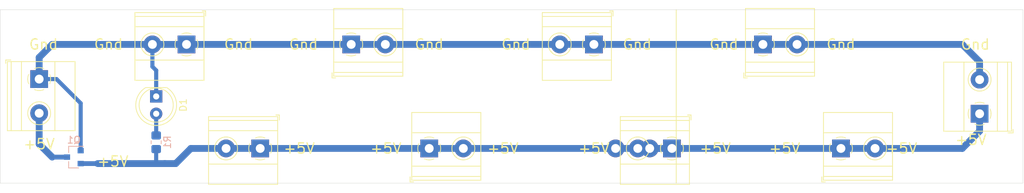
<source format=kicad_pcb>
(kicad_pcb (version 20171130) (host pcbnew "(5.1.8)-1")

  (general
    (thickness 1.6)
    (drawings 25)
    (tracks 30)
    (zones 0)
    (modules 18)
    (nets 5)
  )

  (page A4)
  (layers
    (0 F.Cu signal)
    (31 B.Cu signal)
    (32 B.Adhes user)
    (33 F.Adhes user)
    (34 B.Paste user)
    (35 F.Paste user)
    (36 B.SilkS user)
    (37 F.SilkS user)
    (38 B.Mask user)
    (39 F.Mask user)
    (40 Dwgs.User user)
    (41 Cmts.User user)
    (42 Eco1.User user)
    (43 Eco2.User user)
    (44 Edge.Cuts user)
    (45 Margin user)
    (46 B.CrtYd user)
    (47 F.CrtYd user)
    (48 B.Fab user)
    (49 F.Fab user)
  )

  (setup
    (last_trace_width 0.6)
    (user_trace_width 0.6)
    (user_trace_width 1)
    (trace_clearance 0.2)
    (zone_clearance 0.508)
    (zone_45_only no)
    (trace_min 0.2)
    (via_size 0.8)
    (via_drill 0.4)
    (via_min_size 0.4)
    (via_min_drill 0.3)
    (user_via 2.6 1.3)
    (uvia_size 0.3)
    (uvia_drill 0.1)
    (uvias_allowed no)
    (uvia_min_size 0.2)
    (uvia_min_drill 0.1)
    (edge_width 0.05)
    (segment_width 0.2)
    (pcb_text_width 0.3)
    (pcb_text_size 1.5 1.5)
    (mod_edge_width 0.12)
    (mod_text_size 1 1)
    (mod_text_width 0.15)
    (pad_size 1.524 1.524)
    (pad_drill 0.762)
    (pad_to_mask_clearance 0)
    (aux_axis_origin 0 0)
    (visible_elements 7FFFFFFF)
    (pcbplotparams
      (layerselection 0x010f0_ffffffff)
      (usegerberextensions false)
      (usegerberattributes true)
      (usegerberadvancedattributes true)
      (creategerberjobfile false)
      (excludeedgelayer true)
      (linewidth 0.100000)
      (plotframeref false)
      (viasonmask false)
      (mode 1)
      (useauxorigin true)
      (hpglpennumber 1)
      (hpglpenspeed 20)
      (hpglpendiameter 15.000000)
      (psnegative false)
      (psa4output false)
      (plotreference true)
      (plotvalue true)
      (plotinvisibletext false)
      (padsonsilk false)
      (subtractmaskfromsilk false)
      (outputformat 1)
      (mirror false)
      (drillshape 0)
      (scaleselection 1)
      (outputdirectory "gerber/"))
  )

  (net 0 "")
  (net 1 VCC)
  (net 2 GND)
  (net 3 "Net-(J1-Pad2)")
  (net 4 "Net-(D1-Pad2)")

  (net_class Default "This is the default net class."
    (clearance 0.2)
    (trace_width 0.25)
    (via_dia 0.8)
    (via_drill 0.4)
    (uvia_dia 0.3)
    (uvia_drill 0.1)
    (add_net GND)
    (add_net "Net-(D1-Pad2)")
    (add_net "Net-(J1-Pad2)")
    (add_net VCC)
  )

  (module Resistor_SMD:R_0805_2012Metric_Pad1.20x1.40mm_HandSolder (layer B.Cu) (tedit 5F68FEEE) (tstamp 669C97AF)
    (at 35.56 32.115 90)
    (descr "Resistor SMD 0805 (2012 Metric), square (rectangular) end terminal, IPC_7351 nominal with elongated pad for handsoldering. (Body size source: IPC-SM-782 page 72, https://www.pcb-3d.com/wordpress/wp-content/uploads/ipc-sm-782a_amendment_1_and_2.pdf), generated with kicad-footprint-generator")
    (tags "resistor handsolder")
    (path /669C3987)
    (attr smd)
    (fp_text reference R1 (at 0 1.65 90) (layer B.SilkS)
      (effects (font (size 1 1) (thickness 0.15)) (justify mirror))
    )
    (fp_text value 1k (at 0 -1.65 90) (layer B.Fab)
      (effects (font (size 1 1) (thickness 0.15)) (justify mirror))
    )
    (fp_line (start 1.85 -0.95) (end -1.85 -0.95) (layer B.CrtYd) (width 0.05))
    (fp_line (start 1.85 0.95) (end 1.85 -0.95) (layer B.CrtYd) (width 0.05))
    (fp_line (start -1.85 0.95) (end 1.85 0.95) (layer B.CrtYd) (width 0.05))
    (fp_line (start -1.85 -0.95) (end -1.85 0.95) (layer B.CrtYd) (width 0.05))
    (fp_line (start -0.227064 -0.735) (end 0.227064 -0.735) (layer B.SilkS) (width 0.12))
    (fp_line (start -0.227064 0.735) (end 0.227064 0.735) (layer B.SilkS) (width 0.12))
    (fp_line (start 1 -0.625) (end -1 -0.625) (layer B.Fab) (width 0.1))
    (fp_line (start 1 0.625) (end 1 -0.625) (layer B.Fab) (width 0.1))
    (fp_line (start -1 0.625) (end 1 0.625) (layer B.Fab) (width 0.1))
    (fp_line (start -1 -0.625) (end -1 0.625) (layer B.Fab) (width 0.1))
    (fp_text user %R (at 0 0 90) (layer B.Fab)
      (effects (font (size 0.5 0.5) (thickness 0.08)) (justify mirror))
    )
    (pad 2 smd roundrect (at 1 0 90) (size 1.2 1.4) (layers B.Cu B.Paste B.Mask) (roundrect_rratio 0.2083325)
      (net 4 "Net-(D1-Pad2)"))
    (pad 1 smd roundrect (at -1 0 90) (size 1.2 1.4) (layers B.Cu B.Paste B.Mask) (roundrect_rratio 0.2083325)
      (net 1 VCC))
    (model ${KISYS3DMOD}/Resistor_SMD.3dshapes/R_0805_2012Metric.wrl
      (at (xyz 0 0 0))
      (scale (xyz 1 1 1))
      (rotate (xyz 0 0 0))
    )
  )

  (module LED_THT:LED_D5.0mm (layer F.Cu) (tedit 5995936A) (tstamp 669C93D4)
    (at 35.56 25.4 270)
    (descr "LED, diameter 5.0mm, 2 pins, http://cdn-reichelt.de/documents/datenblatt/A500/LL-504BC2E-009.pdf")
    (tags "LED diameter 5.0mm 2 pins")
    (path /669C336A)
    (fp_text reference D1 (at 1.27 -3.96 90) (layer F.SilkS)
      (effects (font (size 1 1) (thickness 0.15)))
    )
    (fp_text value LED (at 1.27 3.96 90) (layer F.Fab)
      (effects (font (size 1 1) (thickness 0.15)))
    )
    (fp_line (start 4.5 -3.25) (end -1.95 -3.25) (layer F.CrtYd) (width 0.05))
    (fp_line (start 4.5 3.25) (end 4.5 -3.25) (layer F.CrtYd) (width 0.05))
    (fp_line (start -1.95 3.25) (end 4.5 3.25) (layer F.CrtYd) (width 0.05))
    (fp_line (start -1.95 -3.25) (end -1.95 3.25) (layer F.CrtYd) (width 0.05))
    (fp_line (start -1.29 -1.545) (end -1.29 1.545) (layer F.SilkS) (width 0.12))
    (fp_line (start -1.23 -1.469694) (end -1.23 1.469694) (layer F.Fab) (width 0.1))
    (fp_circle (center 1.27 0) (end 3.77 0) (layer F.SilkS) (width 0.12))
    (fp_circle (center 1.27 0) (end 3.77 0) (layer F.Fab) (width 0.1))
    (fp_text user %R (at 1.25 0 90) (layer F.Fab)
      (effects (font (size 0.8 0.8) (thickness 0.2)))
    )
    (fp_arc (start 1.27 0) (end -1.29 1.54483) (angle -148.9) (layer F.SilkS) (width 0.12))
    (fp_arc (start 1.27 0) (end -1.29 -1.54483) (angle 148.9) (layer F.SilkS) (width 0.12))
    (fp_arc (start 1.27 0) (end -1.23 -1.469694) (angle 299.1) (layer F.Fab) (width 0.1))
    (pad 2 thru_hole circle (at 2.54 0 270) (size 1.8 1.8) (drill 0.9) (layers *.Cu *.Mask)
      (net 4 "Net-(D1-Pad2)"))
    (pad 1 thru_hole rect (at 0 0 270) (size 1.8 1.8) (drill 0.9) (layers *.Cu *.Mask)
      (net 2 GND))
    (model ${KISYS3DMOD}/LED_THT.3dshapes/LED_D5.0mm.wrl
      (at (xyz 0 0 0))
      (scale (xyz 1 1 1))
      (rotate (xyz 0 0 0))
    )
  )

  (module TerminalBlock_Phoenix:TerminalBlock_Phoenix_MKDS-1,5-2_1x02_P5.00mm_Horizontal (layer F.Cu) (tedit 5B294EE5) (tstamp 667F4DDA)
    (at 156.21 27.94 90)
    (descr "Terminal Block Phoenix MKDS-1,5-2, 2 pins, pitch 5mm, size 10x9.8mm^2, drill diamater 1.3mm, pad diameter 2.6mm, see http://www.farnell.com/datasheets/100425.pdf, script-generated using https://github.com/pointhi/kicad-footprint-generator/scripts/TerminalBlock_Phoenix")
    (tags "THT Terminal Block Phoenix MKDS-1,5-2 pitch 5mm size 10x9.8mm^2 drill 1.3mm pad 2.6mm")
    (path /66800363)
    (fp_text reference J10 (at 2.5 -3.81 90) (layer F.SilkS) hide
      (effects (font (size 1 1) (thickness 0.15)))
    )
    (fp_text value Screw_Terminal_01x02 (at 2.5 5.66 90) (layer F.Fab)
      (effects (font (size 1 1) (thickness 0.15)))
    )
    (fp_circle (center 0 0) (end 1.5 0) (layer F.Fab) (width 0.1))
    (fp_circle (center 5 0) (end 6.5 0) (layer F.Fab) (width 0.1))
    (fp_circle (center 5 0) (end 6.68 0) (layer F.SilkS) (width 0.12))
    (fp_line (start -2.5 -5.2) (end 7.5 -5.2) (layer F.Fab) (width 0.1))
    (fp_line (start 7.5 -5.2) (end 7.5 4.6) (layer F.Fab) (width 0.1))
    (fp_line (start 7.5 4.6) (end -2 4.6) (layer F.Fab) (width 0.1))
    (fp_line (start -2 4.6) (end -2.5 4.1) (layer F.Fab) (width 0.1))
    (fp_line (start -2.5 4.1) (end -2.5 -5.2) (layer F.Fab) (width 0.1))
    (fp_line (start -2.5 4.1) (end 7.5 4.1) (layer F.Fab) (width 0.1))
    (fp_line (start -2.56 4.1) (end 7.56 4.1) (layer F.SilkS) (width 0.12))
    (fp_line (start -2.5 2.6) (end 7.5 2.6) (layer F.Fab) (width 0.1))
    (fp_line (start -2.56 2.6) (end 7.56 2.6) (layer F.SilkS) (width 0.12))
    (fp_line (start -2.5 -2.3) (end 7.5 -2.3) (layer F.Fab) (width 0.1))
    (fp_line (start -2.56 -2.301) (end 7.56 -2.301) (layer F.SilkS) (width 0.12))
    (fp_line (start -2.56 -5.261) (end 7.56 -5.261) (layer F.SilkS) (width 0.12))
    (fp_line (start -2.56 4.66) (end 7.56 4.66) (layer F.SilkS) (width 0.12))
    (fp_line (start -2.56 -5.261) (end -2.56 4.66) (layer F.SilkS) (width 0.12))
    (fp_line (start 7.56 -5.261) (end 7.56 4.66) (layer F.SilkS) (width 0.12))
    (fp_line (start 1.138 -0.955) (end -0.955 1.138) (layer F.Fab) (width 0.1))
    (fp_line (start 0.955 -1.138) (end -1.138 0.955) (layer F.Fab) (width 0.1))
    (fp_line (start 6.138 -0.955) (end 4.046 1.138) (layer F.Fab) (width 0.1))
    (fp_line (start 5.955 -1.138) (end 3.863 0.955) (layer F.Fab) (width 0.1))
    (fp_line (start 6.275 -1.069) (end 6.228 -1.023) (layer F.SilkS) (width 0.12))
    (fp_line (start 3.966 1.239) (end 3.931 1.274) (layer F.SilkS) (width 0.12))
    (fp_line (start 6.07 -1.275) (end 6.035 -1.239) (layer F.SilkS) (width 0.12))
    (fp_line (start 3.773 1.023) (end 3.726 1.069) (layer F.SilkS) (width 0.12))
    (fp_line (start -2.8 4.16) (end -2.8 4.9) (layer F.SilkS) (width 0.12))
    (fp_line (start -2.8 4.9) (end -2.3 4.9) (layer F.SilkS) (width 0.12))
    (fp_line (start -3 -5.71) (end -3 5.1) (layer F.CrtYd) (width 0.05))
    (fp_line (start -3 5.1) (end 8 5.1) (layer F.CrtYd) (width 0.05))
    (fp_line (start 8 5.1) (end 8 -5.71) (layer F.CrtYd) (width 0.05))
    (fp_line (start 8 -5.71) (end -3 -5.71) (layer F.CrtYd) (width 0.05))
    (fp_text user %R (at 2.5 3.2 90) (layer F.Fab)
      (effects (font (size 1 1) (thickness 0.15)))
    )
    (fp_arc (start 0 0) (end -0.684 1.535) (angle -25) (layer F.SilkS) (width 0.12))
    (fp_arc (start 0 0) (end -1.535 -0.684) (angle -48) (layer F.SilkS) (width 0.12))
    (fp_arc (start 0 0) (end 0.684 -1.535) (angle -48) (layer F.SilkS) (width 0.12))
    (fp_arc (start 0 0) (end 1.535 0.684) (angle -48) (layer F.SilkS) (width 0.12))
    (fp_arc (start 0 0) (end 0 1.68) (angle -24) (layer F.SilkS) (width 0.12))
    (pad 2 thru_hole circle (at 5 0 90) (size 2.6 2.6) (drill 1.3) (layers *.Cu *.Mask)
      (net 2 GND))
    (pad 1 thru_hole rect (at 0 0 90) (size 2.6 2.6) (drill 1.3) (layers *.Cu *.Mask)
      (net 1 VCC))
    (model ${KISYS3DMOD}/TerminalBlock_Phoenix.3dshapes/TerminalBlock_Phoenix_MKDS-1,5-2_1x02_P5.00mm_Horizontal.wrl
      (at (xyz 0 0 0))
      (scale (xyz 1 1 1))
      (rotate (xyz 0 0 0))
    )
  )

  (module TerminalBlock_Phoenix:TerminalBlock_Phoenix_MKDS-1,5-2_1x02_P5.00mm_Horizontal (layer F.Cu) (tedit 5B294EE5) (tstamp 667F3F64)
    (at 124.46 17.78)
    (descr "Terminal Block Phoenix MKDS-1,5-2, 2 pins, pitch 5mm, size 10x9.8mm^2, drill diamater 1.3mm, pad diameter 2.6mm, see http://www.farnell.com/datasheets/100425.pdf, script-generated using https://github.com/pointhi/kicad-footprint-generator/scripts/TerminalBlock_Phoenix")
    (tags "THT Terminal Block Phoenix MKDS-1,5-2 pitch 5mm size 10x9.8mm^2 drill 1.3mm pad 2.6mm")
    (path /667F49A2)
    (fp_text reference J9 (at 2.5 -6.26) (layer F.SilkS) hide
      (effects (font (size 1 1) (thickness 0.15)))
    )
    (fp_text value Screw_Terminal_01x02 (at 2.5 5.66) (layer F.Fab)
      (effects (font (size 1 1) (thickness 0.15)))
    )
    (fp_line (start 8 -5.71) (end -3 -5.71) (layer F.CrtYd) (width 0.05))
    (fp_line (start 8 5.1) (end 8 -5.71) (layer F.CrtYd) (width 0.05))
    (fp_line (start -3 5.1) (end 8 5.1) (layer F.CrtYd) (width 0.05))
    (fp_line (start -3 -5.71) (end -3 5.1) (layer F.CrtYd) (width 0.05))
    (fp_line (start -2.8 4.9) (end -2.3 4.9) (layer F.SilkS) (width 0.12))
    (fp_line (start -2.8 4.16) (end -2.8 4.9) (layer F.SilkS) (width 0.12))
    (fp_line (start 3.773 1.023) (end 3.726 1.069) (layer F.SilkS) (width 0.12))
    (fp_line (start 6.07 -1.275) (end 6.035 -1.239) (layer F.SilkS) (width 0.12))
    (fp_line (start 3.966 1.239) (end 3.931 1.274) (layer F.SilkS) (width 0.12))
    (fp_line (start 6.275 -1.069) (end 6.228 -1.023) (layer F.SilkS) (width 0.12))
    (fp_line (start 5.955 -1.138) (end 3.863 0.955) (layer F.Fab) (width 0.1))
    (fp_line (start 6.138 -0.955) (end 4.046 1.138) (layer F.Fab) (width 0.1))
    (fp_line (start 0.955 -1.138) (end -1.138 0.955) (layer F.Fab) (width 0.1))
    (fp_line (start 1.138 -0.955) (end -0.955 1.138) (layer F.Fab) (width 0.1))
    (fp_line (start 7.56 -5.261) (end 7.56 4.66) (layer F.SilkS) (width 0.12))
    (fp_line (start -2.56 -5.261) (end -2.56 4.66) (layer F.SilkS) (width 0.12))
    (fp_line (start -2.56 4.66) (end 7.56 4.66) (layer F.SilkS) (width 0.12))
    (fp_line (start -2.56 -5.261) (end 7.56 -5.261) (layer F.SilkS) (width 0.12))
    (fp_line (start -2.56 -2.301) (end 7.56 -2.301) (layer F.SilkS) (width 0.12))
    (fp_line (start -2.5 -2.3) (end 7.5 -2.3) (layer F.Fab) (width 0.1))
    (fp_line (start -2.56 2.6) (end 7.56 2.6) (layer F.SilkS) (width 0.12))
    (fp_line (start -2.5 2.6) (end 7.5 2.6) (layer F.Fab) (width 0.1))
    (fp_line (start -2.56 4.1) (end 7.56 4.1) (layer F.SilkS) (width 0.12))
    (fp_line (start -2.5 4.1) (end 7.5 4.1) (layer F.Fab) (width 0.1))
    (fp_line (start -2.5 4.1) (end -2.5 -5.2) (layer F.Fab) (width 0.1))
    (fp_line (start -2 4.6) (end -2.5 4.1) (layer F.Fab) (width 0.1))
    (fp_line (start 7.5 4.6) (end -2 4.6) (layer F.Fab) (width 0.1))
    (fp_line (start 7.5 -5.2) (end 7.5 4.6) (layer F.Fab) (width 0.1))
    (fp_line (start -2.5 -5.2) (end 7.5 -5.2) (layer F.Fab) (width 0.1))
    (fp_circle (center 5 0) (end 6.68 0) (layer F.SilkS) (width 0.12))
    (fp_circle (center 5 0) (end 6.5 0) (layer F.Fab) (width 0.1))
    (fp_circle (center 0 0) (end 1.5 0) (layer F.Fab) (width 0.1))
    (fp_text user %R (at 2.5 3.2) (layer F.Fab)
      (effects (font (size 1 1) (thickness 0.15)))
    )
    (fp_arc (start 0 0) (end -0.684 1.535) (angle -25) (layer F.SilkS) (width 0.12))
    (fp_arc (start 0 0) (end -1.535 -0.684) (angle -48) (layer F.SilkS) (width 0.12))
    (fp_arc (start 0 0) (end 0.684 -1.535) (angle -48) (layer F.SilkS) (width 0.12))
    (fp_arc (start 0 0) (end 1.535 0.684) (angle -48) (layer F.SilkS) (width 0.12))
    (fp_arc (start 0 0) (end 0 1.68) (angle -24) (layer F.SilkS) (width 0.12))
    (pad 2 thru_hole circle (at 5 0) (size 2.6 2.6) (drill 1.3) (layers *.Cu *.Mask)
      (net 2 GND))
    (pad 1 thru_hole rect (at 0 0) (size 2.6 2.6) (drill 1.3) (layers *.Cu *.Mask)
      (net 2 GND))
    (model ${KISYS3DMOD}/TerminalBlock_Phoenix.3dshapes/TerminalBlock_Phoenix_MKDS-1,5-2_1x02_P5.00mm_Horizontal.wrl
      (at (xyz 0 0 0))
      (scale (xyz 1 1 1))
      (rotate (xyz 0 0 0))
    )
  )

  (module TerminalBlock_Phoenix:TerminalBlock_Phoenix_MKDS-1,5-2_1x02_P5.00mm_Horizontal (layer F.Cu) (tedit 5B294EE5) (tstamp 667F3F38)
    (at 135.89 33.02)
    (descr "Terminal Block Phoenix MKDS-1,5-2, 2 pins, pitch 5mm, size 10x9.8mm^2, drill diamater 1.3mm, pad diameter 2.6mm, see http://www.farnell.com/datasheets/100425.pdf, script-generated using https://github.com/pointhi/kicad-footprint-generator/scripts/TerminalBlock_Phoenix")
    (tags "THT Terminal Block Phoenix MKDS-1,5-2 pitch 5mm size 10x9.8mm^2 drill 1.3mm pad 2.6mm")
    (path /667F499C)
    (fp_text reference J8 (at 2.5 -6.26) (layer F.SilkS) hide
      (effects (font (size 1 1) (thickness 0.15)))
    )
    (fp_text value Screw_Terminal_01x02 (at 2.5 5.66) (layer F.Fab)
      (effects (font (size 1 1) (thickness 0.15)))
    )
    (fp_line (start 8 -5.71) (end -3 -5.71) (layer F.CrtYd) (width 0.05))
    (fp_line (start 8 5.1) (end 8 -5.71) (layer F.CrtYd) (width 0.05))
    (fp_line (start -3 5.1) (end 8 5.1) (layer F.CrtYd) (width 0.05))
    (fp_line (start -3 -5.71) (end -3 5.1) (layer F.CrtYd) (width 0.05))
    (fp_line (start -2.8 4.9) (end -2.3 4.9) (layer F.SilkS) (width 0.12))
    (fp_line (start -2.8 4.16) (end -2.8 4.9) (layer F.SilkS) (width 0.12))
    (fp_line (start 3.773 1.023) (end 3.726 1.069) (layer F.SilkS) (width 0.12))
    (fp_line (start 6.07 -1.275) (end 6.035 -1.239) (layer F.SilkS) (width 0.12))
    (fp_line (start 3.966 1.239) (end 3.931 1.274) (layer F.SilkS) (width 0.12))
    (fp_line (start 6.275 -1.069) (end 6.228 -1.023) (layer F.SilkS) (width 0.12))
    (fp_line (start 5.955 -1.138) (end 3.863 0.955) (layer F.Fab) (width 0.1))
    (fp_line (start 6.138 -0.955) (end 4.046 1.138) (layer F.Fab) (width 0.1))
    (fp_line (start 0.955 -1.138) (end -1.138 0.955) (layer F.Fab) (width 0.1))
    (fp_line (start 1.138 -0.955) (end -0.955 1.138) (layer F.Fab) (width 0.1))
    (fp_line (start 7.56 -5.261) (end 7.56 4.66) (layer F.SilkS) (width 0.12))
    (fp_line (start -2.56 -5.261) (end -2.56 4.66) (layer F.SilkS) (width 0.12))
    (fp_line (start -2.56 4.66) (end 7.56 4.66) (layer F.SilkS) (width 0.12))
    (fp_line (start -2.56 -5.261) (end 7.56 -5.261) (layer F.SilkS) (width 0.12))
    (fp_line (start -2.56 -2.301) (end 7.56 -2.301) (layer F.SilkS) (width 0.12))
    (fp_line (start -2.5 -2.3) (end 7.5 -2.3) (layer F.Fab) (width 0.1))
    (fp_line (start -2.56 2.6) (end 7.56 2.6) (layer F.SilkS) (width 0.12))
    (fp_line (start -2.5 2.6) (end 7.5 2.6) (layer F.Fab) (width 0.1))
    (fp_line (start -2.56 4.1) (end 7.56 4.1) (layer F.SilkS) (width 0.12))
    (fp_line (start -2.5 4.1) (end 7.5 4.1) (layer F.Fab) (width 0.1))
    (fp_line (start -2.5 4.1) (end -2.5 -5.2) (layer F.Fab) (width 0.1))
    (fp_line (start -2 4.6) (end -2.5 4.1) (layer F.Fab) (width 0.1))
    (fp_line (start 7.5 4.6) (end -2 4.6) (layer F.Fab) (width 0.1))
    (fp_line (start 7.5 -5.2) (end 7.5 4.6) (layer F.Fab) (width 0.1))
    (fp_line (start -2.5 -5.2) (end 7.5 -5.2) (layer F.Fab) (width 0.1))
    (fp_circle (center 5 0) (end 6.68 0) (layer F.SilkS) (width 0.12))
    (fp_circle (center 5 0) (end 6.5 0) (layer F.Fab) (width 0.1))
    (fp_circle (center 0 0) (end 1.5 0) (layer F.Fab) (width 0.1))
    (fp_text user %R (at 2.5 3.2) (layer F.Fab)
      (effects (font (size 1 1) (thickness 0.15)))
    )
    (fp_arc (start 0 0) (end -0.684 1.535) (angle -25) (layer F.SilkS) (width 0.12))
    (fp_arc (start 0 0) (end -1.535 -0.684) (angle -48) (layer F.SilkS) (width 0.12))
    (fp_arc (start 0 0) (end 0.684 -1.535) (angle -48) (layer F.SilkS) (width 0.12))
    (fp_arc (start 0 0) (end 1.535 0.684) (angle -48) (layer F.SilkS) (width 0.12))
    (fp_arc (start 0 0) (end 0 1.68) (angle -24) (layer F.SilkS) (width 0.12))
    (pad 2 thru_hole circle (at 5 0) (size 2.6 2.6) (drill 1.3) (layers *.Cu *.Mask)
      (net 1 VCC))
    (pad 1 thru_hole rect (at 0 0) (size 2.6 2.6) (drill 1.3) (layers *.Cu *.Mask)
      (net 1 VCC))
    (model ${KISYS3DMOD}/TerminalBlock_Phoenix.3dshapes/TerminalBlock_Phoenix_MKDS-1,5-2_1x02_P5.00mm_Horizontal.wrl
      (at (xyz 0 0 0))
      (scale (xyz 1 1 1))
      (rotate (xyz 0 0 0))
    )
  )

  (module MountingHole:MountingHole_3.2mm_M3 (layer F.Cu) (tedit 56D1B4CB) (tstamp 667F3CB2)
    (at 147.32 25.4)
    (descr "Mounting Hole 3.2mm, no annular, M3")
    (tags "mounting hole 3.2mm no annular m3")
    (path /667F8DA7)
    (attr virtual)
    (fp_text reference H5 (at 0 -4.2) (layer F.SilkS) hide
      (effects (font (size 1 1) (thickness 0.15)))
    )
    (fp_text value MountingHole (at 0 4.2) (layer F.Fab)
      (effects (font (size 1 1) (thickness 0.15)))
    )
    (fp_circle (center 0 0) (end 3.45 0) (layer F.CrtYd) (width 0.05))
    (fp_circle (center 0 0) (end 3.2 0) (layer Cmts.User) (width 0.15))
    (fp_text user %R (at 0.3 0) (layer F.Fab)
      (effects (font (size 1 1) (thickness 0.15)))
    )
    (pad 1 np_thru_hole circle (at 0 0) (size 3.2 3.2) (drill 3.2) (layers *.Cu *.Mask))
  )

  (module MountingHole:MountingHole_3.2mm_M3 (layer F.Cu) (tedit 56D1B4CB) (tstamp 667F3CAA)
    (at 117.475 25.4)
    (descr "Mounting Hole 3.2mm, no annular, M3")
    (tags "mounting hole 3.2mm no annular m3")
    (path /667F8712)
    (attr virtual)
    (fp_text reference H4 (at 0 -4.2) (layer F.SilkS) hide
      (effects (font (size 1 1) (thickness 0.15)))
    )
    (fp_text value MountingHole (at 0 4.2) (layer F.Fab)
      (effects (font (size 1 1) (thickness 0.15)))
    )
    (fp_circle (center 0 0) (end 3.45 0) (layer F.CrtYd) (width 0.05))
    (fp_circle (center 0 0) (end 3.2 0) (layer Cmts.User) (width 0.15))
    (fp_text user %R (at 0.3 0) (layer F.Fab)
      (effects (font (size 1 1) (thickness 0.15)))
    )
    (pad 1 np_thru_hole circle (at 0 0) (size 3.2 3.2) (drill 3.2) (layers *.Cu *.Mask))
  )

  (module MountingHole:MountingHole_3.2mm_M3 (layer F.Cu) (tedit 56D1B4CB) (tstamp 667F3CA2)
    (at 87.63 25.4)
    (descr "Mounting Hole 3.2mm, no annular, M3")
    (tags "mounting hole 3.2mm no annular m3")
    (path /667F82DA)
    (attr virtual)
    (fp_text reference H3 (at 0 -4.2) (layer F.SilkS) hide
      (effects (font (size 1 1) (thickness 0.15)))
    )
    (fp_text value MountingHole (at 0 4.2) (layer F.Fab)
      (effects (font (size 1 1) (thickness 0.15)))
    )
    (fp_circle (center 0 0) (end 3.45 0) (layer F.CrtYd) (width 0.05))
    (fp_circle (center 0 0) (end 3.2 0) (layer Cmts.User) (width 0.15))
    (fp_text user %R (at 0.3 0) (layer F.Fab)
      (effects (font (size 1 1) (thickness 0.15)))
    )
    (pad 1 np_thru_hole circle (at 0 0) (size 3.2 3.2) (drill 3.2) (layers *.Cu *.Mask))
  )

  (module MountingHole:MountingHole_3.2mm_M3 (layer F.Cu) (tedit 56D1B4CB) (tstamp 667F3C9A)
    (at 57.785 25.4)
    (descr "Mounting Hole 3.2mm, no annular, M3")
    (tags "mounting hole 3.2mm no annular m3")
    (path /667F7FFA)
    (attr virtual)
    (fp_text reference H2 (at 0 -4.2) (layer F.SilkS) hide
      (effects (font (size 1 1) (thickness 0.15)))
    )
    (fp_text value MountingHole (at 0 4.2) (layer F.Fab)
      (effects (font (size 1 1) (thickness 0.15)))
    )
    (fp_circle (center 0 0) (end 3.45 0) (layer F.CrtYd) (width 0.05))
    (fp_circle (center 0 0) (end 3.2 0) (layer Cmts.User) (width 0.15))
    (fp_text user %R (at 0.3 0) (layer F.Fab)
      (effects (font (size 1 1) (thickness 0.15)))
    )
    (pad 1 np_thru_hole circle (at 0 0) (size 3.2 3.2) (drill 3.2) (layers *.Cu *.Mask))
  )

  (module MountingHole:MountingHole_3.2mm_M3 (layer F.Cu) (tedit 56D1B4CB) (tstamp 667F3C92)
    (at 27.94 25.4)
    (descr "Mounting Hole 3.2mm, no annular, M3")
    (tags "mounting hole 3.2mm no annular m3")
    (path /667F5E7A)
    (attr virtual)
    (fp_text reference H1 (at 0 -4.2) (layer F.SilkS) hide
      (effects (font (size 1 1) (thickness 0.15)))
    )
    (fp_text value MountingHole (at 0 4.2) (layer F.Fab)
      (effects (font (size 1 1) (thickness 0.15)))
    )
    (fp_circle (center 0 0) (end 3.45 0) (layer F.CrtYd) (width 0.05))
    (fp_circle (center 0 0) (end 3.2 0) (layer Cmts.User) (width 0.15))
    (fp_text user %R (at 0.3 0) (layer F.Fab)
      (effects (font (size 1 1) (thickness 0.15)))
    )
    (pad 1 np_thru_hole circle (at 0 0) (size 3.2 3.2) (drill 3.2) (layers *.Cu *.Mask))
  )

  (module Package_TO_SOT_SMD:SOT-23 (layer B.Cu) (tedit 5A02FF57) (tstamp 667A54A6)
    (at 23.495 34.29 180)
    (descr "SOT-23, Standard")
    (tags SOT-23)
    (path /667A66C2)
    (attr smd)
    (fp_text reference Q1 (at 0 2.5 180) (layer B.SilkS)
      (effects (font (size 1 1) (thickness 0.15)) (justify mirror))
    )
    (fp_text value IRLML5203 (at 0 -2.5 180) (layer B.Fab)
      (effects (font (size 1 1) (thickness 0.15)) (justify mirror))
    )
    (fp_line (start 0.76 -1.58) (end -0.7 -1.58) (layer B.SilkS) (width 0.12))
    (fp_line (start 0.76 1.58) (end -1.4 1.58) (layer B.SilkS) (width 0.12))
    (fp_line (start -1.7 -1.75) (end -1.7 1.75) (layer B.CrtYd) (width 0.05))
    (fp_line (start 1.7 -1.75) (end -1.7 -1.75) (layer B.CrtYd) (width 0.05))
    (fp_line (start 1.7 1.75) (end 1.7 -1.75) (layer B.CrtYd) (width 0.05))
    (fp_line (start -1.7 1.75) (end 1.7 1.75) (layer B.CrtYd) (width 0.05))
    (fp_line (start 0.76 1.58) (end 0.76 0.65) (layer B.SilkS) (width 0.12))
    (fp_line (start 0.76 -1.58) (end 0.76 -0.65) (layer B.SilkS) (width 0.12))
    (fp_line (start -0.7 -1.52) (end 0.7 -1.52) (layer B.Fab) (width 0.1))
    (fp_line (start 0.7 1.52) (end 0.7 -1.52) (layer B.Fab) (width 0.1))
    (fp_line (start -0.7 0.95) (end -0.15 1.52) (layer B.Fab) (width 0.1))
    (fp_line (start -0.15 1.52) (end 0.7 1.52) (layer B.Fab) (width 0.1))
    (fp_line (start -0.7 0.95) (end -0.7 -1.5) (layer B.Fab) (width 0.1))
    (fp_text user %R (at 0 0 90) (layer B.Fab)
      (effects (font (size 0.5 0.5) (thickness 0.075)) (justify mirror))
    )
    (pad 3 smd rect (at 1 0 180) (size 0.9 0.8) (layers B.Cu B.Paste B.Mask)
      (net 3 "Net-(J1-Pad2)"))
    (pad 2 smd rect (at -1 -0.95 180) (size 0.9 0.8) (layers B.Cu B.Paste B.Mask)
      (net 1 VCC))
    (pad 1 smd rect (at -1 0.95 180) (size 0.9 0.8) (layers B.Cu B.Paste B.Mask)
      (net 2 GND))
    (model ${KISYS3DMOD}/Package_TO_SOT_SMD.3dshapes/SOT-23.wrl
      (at (xyz 0 0 0))
      (scale (xyz 1 1 1))
      (rotate (xyz 0 0 0))
    )
  )

  (module TerminalBlock_Phoenix:TerminalBlock_Phoenix_MKDS-1,5-2_1x02_P5.00mm_Horizontal (layer F.Cu) (tedit 5B294EE5) (tstamp 667A474F)
    (at 99.695 17.78 180)
    (descr "Terminal Block Phoenix MKDS-1,5-2, 2 pins, pitch 5mm, size 10x9.8mm^2, drill diamater 1.3mm, pad diameter 2.6mm, see http://www.farnell.com/datasheets/100425.pdf, script-generated using https://github.com/pointhi/kicad-footprint-generator/scripts/TerminalBlock_Phoenix")
    (tags "THT Terminal Block Phoenix MKDS-1,5-2 pitch 5mm size 10x9.8mm^2 drill 1.3mm pad 2.6mm")
    (path /667A19DB)
    (fp_text reference J7 (at 2.5 -6.26) (layer F.SilkS) hide
      (effects (font (size 1 1) (thickness 0.15)))
    )
    (fp_text value Screw_Terminal_01x02 (at 2.5 5.66) (layer F.Fab)
      (effects (font (size 1 1) (thickness 0.15)))
    )
    (fp_circle (center 0 0) (end 1.5 0) (layer F.Fab) (width 0.1))
    (fp_circle (center 5 0) (end 6.5 0) (layer F.Fab) (width 0.1))
    (fp_circle (center 5 0) (end 6.68 0) (layer F.SilkS) (width 0.12))
    (fp_line (start -2.5 -5.2) (end 7.5 -5.2) (layer F.Fab) (width 0.1))
    (fp_line (start 7.5 -5.2) (end 7.5 4.6) (layer F.Fab) (width 0.1))
    (fp_line (start 7.5 4.6) (end -2 4.6) (layer F.Fab) (width 0.1))
    (fp_line (start -2 4.6) (end -2.5 4.1) (layer F.Fab) (width 0.1))
    (fp_line (start -2.5 4.1) (end -2.5 -5.2) (layer F.Fab) (width 0.1))
    (fp_line (start -2.5 4.1) (end 7.5 4.1) (layer F.Fab) (width 0.1))
    (fp_line (start -2.56 4.1) (end 7.56 4.1) (layer F.SilkS) (width 0.12))
    (fp_line (start -2.5 2.6) (end 7.5 2.6) (layer F.Fab) (width 0.1))
    (fp_line (start -2.56 2.6) (end 7.56 2.6) (layer F.SilkS) (width 0.12))
    (fp_line (start -2.5 -2.3) (end 7.5 -2.3) (layer F.Fab) (width 0.1))
    (fp_line (start -2.56 -2.301) (end 7.56 -2.301) (layer F.SilkS) (width 0.12))
    (fp_line (start -2.56 -5.261) (end 7.56 -5.261) (layer F.SilkS) (width 0.12))
    (fp_line (start -2.56 4.66) (end 7.56 4.66) (layer F.SilkS) (width 0.12))
    (fp_line (start -2.56 -5.261) (end -2.56 4.66) (layer F.SilkS) (width 0.12))
    (fp_line (start 7.56 -5.261) (end 7.56 4.66) (layer F.SilkS) (width 0.12))
    (fp_line (start 1.138 -0.955) (end -0.955 1.138) (layer F.Fab) (width 0.1))
    (fp_line (start 0.955 -1.138) (end -1.138 0.955) (layer F.Fab) (width 0.1))
    (fp_line (start 6.138 -0.955) (end 4.046 1.138) (layer F.Fab) (width 0.1))
    (fp_line (start 5.955 -1.138) (end 3.863 0.955) (layer F.Fab) (width 0.1))
    (fp_line (start 6.275 -1.069) (end 6.228 -1.023) (layer F.SilkS) (width 0.12))
    (fp_line (start 3.966 1.239) (end 3.931 1.274) (layer F.SilkS) (width 0.12))
    (fp_line (start 6.07 -1.275) (end 6.035 -1.239) (layer F.SilkS) (width 0.12))
    (fp_line (start 3.773 1.023) (end 3.726 1.069) (layer F.SilkS) (width 0.12))
    (fp_line (start -2.8 4.16) (end -2.8 4.9) (layer F.SilkS) (width 0.12))
    (fp_line (start -2.8 4.9) (end -2.3 4.9) (layer F.SilkS) (width 0.12))
    (fp_line (start -3 -5.71) (end -3 5.1) (layer F.CrtYd) (width 0.05))
    (fp_line (start -3 5.1) (end 8 5.1) (layer F.CrtYd) (width 0.05))
    (fp_line (start 8 5.1) (end 8 -5.71) (layer F.CrtYd) (width 0.05))
    (fp_line (start 8 -5.71) (end -3 -5.71) (layer F.CrtYd) (width 0.05))
    (fp_text user %R (at 2.5 3.2) (layer F.Fab)
      (effects (font (size 1 1) (thickness 0.15)))
    )
    (fp_arc (start 0 0) (end -0.684 1.535) (angle -25) (layer F.SilkS) (width 0.12))
    (fp_arc (start 0 0) (end -1.535 -0.684) (angle -48) (layer F.SilkS) (width 0.12))
    (fp_arc (start 0 0) (end 0.684 -1.535) (angle -48) (layer F.SilkS) (width 0.12))
    (fp_arc (start 0 0) (end 1.535 0.684) (angle -48) (layer F.SilkS) (width 0.12))
    (fp_arc (start 0 0) (end 0 1.68) (angle -24) (layer F.SilkS) (width 0.12))
    (pad 2 thru_hole circle (at 5 0 180) (size 2.6 2.6) (drill 1.3) (layers *.Cu *.Mask)
      (net 2 GND))
    (pad 1 thru_hole rect (at 0 0 180) (size 2.6 2.6) (drill 1.3) (layers *.Cu *.Mask)
      (net 2 GND))
    (model ${KISYS3DMOD}/TerminalBlock_Phoenix.3dshapes/TerminalBlock_Phoenix_MKDS-1,5-2_1x02_P5.00mm_Horizontal.wrl
      (at (xyz 0 0 0))
      (scale (xyz 1 1 1))
      (rotate (xyz 0 0 0))
    )
  )

  (module TerminalBlock_Phoenix:TerminalBlock_Phoenix_MKDS-1,5-2_1x02_P5.00mm_Horizontal (layer F.Cu) (tedit 5B294EE5) (tstamp 667A4723)
    (at 111.125 33.02 180)
    (descr "Terminal Block Phoenix MKDS-1,5-2, 2 pins, pitch 5mm, size 10x9.8mm^2, drill diamater 1.3mm, pad diameter 2.6mm, see http://www.farnell.com/datasheets/100425.pdf, script-generated using https://github.com/pointhi/kicad-footprint-generator/scripts/TerminalBlock_Phoenix")
    (tags "THT Terminal Block Phoenix MKDS-1,5-2 pitch 5mm size 10x9.8mm^2 drill 1.3mm pad 2.6mm")
    (path /667A19D5)
    (fp_text reference J6 (at 2.5 -6.26) (layer F.SilkS) hide
      (effects (font (size 1 1) (thickness 0.15)))
    )
    (fp_text value Screw_Terminal_01x02 (at 2.5 5.66) (layer F.Fab)
      (effects (font (size 1 1) (thickness 0.15)))
    )
    (fp_circle (center 0 0) (end 1.5 0) (layer F.Fab) (width 0.1))
    (fp_circle (center 5 0) (end 6.5 0) (layer F.Fab) (width 0.1))
    (fp_circle (center 5 0) (end 6.68 0) (layer F.SilkS) (width 0.12))
    (fp_line (start -2.5 -5.2) (end 7.5 -5.2) (layer F.Fab) (width 0.1))
    (fp_line (start 7.5 -5.2) (end 7.5 4.6) (layer F.Fab) (width 0.1))
    (fp_line (start 7.5 4.6) (end -2 4.6) (layer F.Fab) (width 0.1))
    (fp_line (start -2 4.6) (end -2.5 4.1) (layer F.Fab) (width 0.1))
    (fp_line (start -2.5 4.1) (end -2.5 -5.2) (layer F.Fab) (width 0.1))
    (fp_line (start -2.5 4.1) (end 7.5 4.1) (layer F.Fab) (width 0.1))
    (fp_line (start -2.56 4.1) (end 7.56 4.1) (layer F.SilkS) (width 0.12))
    (fp_line (start -2.5 2.6) (end 7.5 2.6) (layer F.Fab) (width 0.1))
    (fp_line (start -2.56 2.6) (end 7.56 2.6) (layer F.SilkS) (width 0.12))
    (fp_line (start -2.5 -2.3) (end 7.5 -2.3) (layer F.Fab) (width 0.1))
    (fp_line (start -2.56 -2.301) (end 7.56 -2.301) (layer F.SilkS) (width 0.12))
    (fp_line (start -2.56 -5.261) (end 7.56 -5.261) (layer F.SilkS) (width 0.12))
    (fp_line (start -2.56 4.66) (end 7.56 4.66) (layer F.SilkS) (width 0.12))
    (fp_line (start -2.56 -5.261) (end -2.56 4.66) (layer F.SilkS) (width 0.12))
    (fp_line (start 7.56 -5.261) (end 7.56 4.66) (layer F.SilkS) (width 0.12))
    (fp_line (start 1.138 -0.955) (end -0.955 1.138) (layer F.Fab) (width 0.1))
    (fp_line (start 0.955 -1.138) (end -1.138 0.955) (layer F.Fab) (width 0.1))
    (fp_line (start 6.138 -0.955) (end 4.046 1.138) (layer F.Fab) (width 0.1))
    (fp_line (start 5.955 -1.138) (end 3.863 0.955) (layer F.Fab) (width 0.1))
    (fp_line (start 6.275 -1.069) (end 6.228 -1.023) (layer F.SilkS) (width 0.12))
    (fp_line (start 3.966 1.239) (end 3.931 1.274) (layer F.SilkS) (width 0.12))
    (fp_line (start 6.07 -1.275) (end 6.035 -1.239) (layer F.SilkS) (width 0.12))
    (fp_line (start 3.773 1.023) (end 3.726 1.069) (layer F.SilkS) (width 0.12))
    (fp_line (start -2.8 4.16) (end -2.8 4.9) (layer F.SilkS) (width 0.12))
    (fp_line (start -2.8 4.9) (end -2.3 4.9) (layer F.SilkS) (width 0.12))
    (fp_line (start -3 -5.71) (end -3 5.1) (layer F.CrtYd) (width 0.05))
    (fp_line (start -3 5.1) (end 8 5.1) (layer F.CrtYd) (width 0.05))
    (fp_line (start 8 5.1) (end 8 -5.71) (layer F.CrtYd) (width 0.05))
    (fp_line (start 8 -5.71) (end -3 -5.71) (layer F.CrtYd) (width 0.05))
    (fp_text user %R (at 2.5 3.2) (layer F.Fab)
      (effects (font (size 1 1) (thickness 0.15)))
    )
    (fp_arc (start 0 0) (end -0.684 1.535) (angle -25) (layer F.SilkS) (width 0.12))
    (fp_arc (start 0 0) (end -1.535 -0.684) (angle -48) (layer F.SilkS) (width 0.12))
    (fp_arc (start 0 0) (end 0.684 -1.535) (angle -48) (layer F.SilkS) (width 0.12))
    (fp_arc (start 0 0) (end 1.535 0.684) (angle -48) (layer F.SilkS) (width 0.12))
    (fp_arc (start 0 0) (end 0 1.68) (angle -24) (layer F.SilkS) (width 0.12))
    (pad 2 thru_hole circle (at 5 0 180) (size 2.6 2.6) (drill 1.3) (layers *.Cu *.Mask)
      (net 1 VCC))
    (pad 1 thru_hole rect (at 0 0 180) (size 2.6 2.6) (drill 1.3) (layers *.Cu *.Mask)
      (net 1 VCC))
    (model ${KISYS3DMOD}/TerminalBlock_Phoenix.3dshapes/TerminalBlock_Phoenix_MKDS-1,5-2_1x02_P5.00mm_Horizontal.wrl
      (at (xyz 0 0 0))
      (scale (xyz 1 1 1))
      (rotate (xyz 0 0 0))
    )
  )

  (module TerminalBlock_Phoenix:TerminalBlock_Phoenix_MKDS-1,5-2_1x02_P5.00mm_Horizontal (layer F.Cu) (tedit 5B294EE5) (tstamp 667A46F7)
    (at 64.135 17.78)
    (descr "Terminal Block Phoenix MKDS-1,5-2, 2 pins, pitch 5mm, size 10x9.8mm^2, drill diamater 1.3mm, pad diameter 2.6mm, see http://www.farnell.com/datasheets/100425.pdf, script-generated using https://github.com/pointhi/kicad-footprint-generator/scripts/TerminalBlock_Phoenix")
    (tags "THT Terminal Block Phoenix MKDS-1,5-2 pitch 5mm size 10x9.8mm^2 drill 1.3mm pad 2.6mm")
    (path /667A0AF5)
    (fp_text reference J5 (at 2.5 -6.26) (layer F.SilkS) hide
      (effects (font (size 1 1) (thickness 0.15)))
    )
    (fp_text value Screw_Terminal_01x02 (at 2.5 5.66) (layer F.Fab)
      (effects (font (size 1 1) (thickness 0.15)))
    )
    (fp_circle (center 0 0) (end 1.5 0) (layer F.Fab) (width 0.1))
    (fp_circle (center 5 0) (end 6.5 0) (layer F.Fab) (width 0.1))
    (fp_circle (center 5 0) (end 6.68 0) (layer F.SilkS) (width 0.12))
    (fp_line (start -2.5 -5.2) (end 7.5 -5.2) (layer F.Fab) (width 0.1))
    (fp_line (start 7.5 -5.2) (end 7.5 4.6) (layer F.Fab) (width 0.1))
    (fp_line (start 7.5 4.6) (end -2 4.6) (layer F.Fab) (width 0.1))
    (fp_line (start -2 4.6) (end -2.5 4.1) (layer F.Fab) (width 0.1))
    (fp_line (start -2.5 4.1) (end -2.5 -5.2) (layer F.Fab) (width 0.1))
    (fp_line (start -2.5 4.1) (end 7.5 4.1) (layer F.Fab) (width 0.1))
    (fp_line (start -2.56 4.1) (end 7.56 4.1) (layer F.SilkS) (width 0.12))
    (fp_line (start -2.5 2.6) (end 7.5 2.6) (layer F.Fab) (width 0.1))
    (fp_line (start -2.56 2.6) (end 7.56 2.6) (layer F.SilkS) (width 0.12))
    (fp_line (start -2.5 -2.3) (end 7.5 -2.3) (layer F.Fab) (width 0.1))
    (fp_line (start -2.56 -2.301) (end 7.56 -2.301) (layer F.SilkS) (width 0.12))
    (fp_line (start -2.56 -5.261) (end 7.56 -5.261) (layer F.SilkS) (width 0.12))
    (fp_line (start -2.56 4.66) (end 7.56 4.66) (layer F.SilkS) (width 0.12))
    (fp_line (start -2.56 -5.261) (end -2.56 4.66) (layer F.SilkS) (width 0.12))
    (fp_line (start 7.56 -5.261) (end 7.56 4.66) (layer F.SilkS) (width 0.12))
    (fp_line (start 1.138 -0.955) (end -0.955 1.138) (layer F.Fab) (width 0.1))
    (fp_line (start 0.955 -1.138) (end -1.138 0.955) (layer F.Fab) (width 0.1))
    (fp_line (start 6.138 -0.955) (end 4.046 1.138) (layer F.Fab) (width 0.1))
    (fp_line (start 5.955 -1.138) (end 3.863 0.955) (layer F.Fab) (width 0.1))
    (fp_line (start 6.275 -1.069) (end 6.228 -1.023) (layer F.SilkS) (width 0.12))
    (fp_line (start 3.966 1.239) (end 3.931 1.274) (layer F.SilkS) (width 0.12))
    (fp_line (start 6.07 -1.275) (end 6.035 -1.239) (layer F.SilkS) (width 0.12))
    (fp_line (start 3.773 1.023) (end 3.726 1.069) (layer F.SilkS) (width 0.12))
    (fp_line (start -2.8 4.16) (end -2.8 4.9) (layer F.SilkS) (width 0.12))
    (fp_line (start -2.8 4.9) (end -2.3 4.9) (layer F.SilkS) (width 0.12))
    (fp_line (start -3 -5.71) (end -3 5.1) (layer F.CrtYd) (width 0.05))
    (fp_line (start -3 5.1) (end 8 5.1) (layer F.CrtYd) (width 0.05))
    (fp_line (start 8 5.1) (end 8 -5.71) (layer F.CrtYd) (width 0.05))
    (fp_line (start 8 -5.71) (end -3 -5.71) (layer F.CrtYd) (width 0.05))
    (fp_text user %R (at 2.5 3.2) (layer F.Fab)
      (effects (font (size 1 1) (thickness 0.15)))
    )
    (fp_arc (start 0 0) (end -0.684 1.535) (angle -25) (layer F.SilkS) (width 0.12))
    (fp_arc (start 0 0) (end -1.535 -0.684) (angle -48) (layer F.SilkS) (width 0.12))
    (fp_arc (start 0 0) (end 0.684 -1.535) (angle -48) (layer F.SilkS) (width 0.12))
    (fp_arc (start 0 0) (end 1.535 0.684) (angle -48) (layer F.SilkS) (width 0.12))
    (fp_arc (start 0 0) (end 0 1.68) (angle -24) (layer F.SilkS) (width 0.12))
    (pad 2 thru_hole circle (at 5 0) (size 2.6 2.6) (drill 1.3) (layers *.Cu *.Mask)
      (net 2 GND))
    (pad 1 thru_hole rect (at 0 0) (size 2.6 2.6) (drill 1.3) (layers *.Cu *.Mask)
      (net 2 GND))
    (model ${KISYS3DMOD}/TerminalBlock_Phoenix.3dshapes/TerminalBlock_Phoenix_MKDS-1,5-2_1x02_P5.00mm_Horizontal.wrl
      (at (xyz 0 0 0))
      (scale (xyz 1 1 1))
      (rotate (xyz 0 0 0))
    )
  )

  (module TerminalBlock_Phoenix:TerminalBlock_Phoenix_MKDS-1,5-2_1x02_P5.00mm_Horizontal (layer F.Cu) (tedit 5B294EE5) (tstamp 667A46CB)
    (at 75.565 33.02)
    (descr "Terminal Block Phoenix MKDS-1,5-2, 2 pins, pitch 5mm, size 10x9.8mm^2, drill diamater 1.3mm, pad diameter 2.6mm, see http://www.farnell.com/datasheets/100425.pdf, script-generated using https://github.com/pointhi/kicad-footprint-generator/scripts/TerminalBlock_Phoenix")
    (tags "THT Terminal Block Phoenix MKDS-1,5-2 pitch 5mm size 10x9.8mm^2 drill 1.3mm pad 2.6mm")
    (path /667A0AEF)
    (fp_text reference J4 (at 2.5 -6.26) (layer F.SilkS) hide
      (effects (font (size 1 1) (thickness 0.15)))
    )
    (fp_text value Screw_Terminal_01x02 (at 2.5 5.66) (layer F.Fab)
      (effects (font (size 1 1) (thickness 0.15)))
    )
    (fp_circle (center 0 0) (end 1.5 0) (layer F.Fab) (width 0.1))
    (fp_circle (center 5 0) (end 6.5 0) (layer F.Fab) (width 0.1))
    (fp_circle (center 5 0) (end 6.68 0) (layer F.SilkS) (width 0.12))
    (fp_line (start -2.5 -5.2) (end 7.5 -5.2) (layer F.Fab) (width 0.1))
    (fp_line (start 7.5 -5.2) (end 7.5 4.6) (layer F.Fab) (width 0.1))
    (fp_line (start 7.5 4.6) (end -2 4.6) (layer F.Fab) (width 0.1))
    (fp_line (start -2 4.6) (end -2.5 4.1) (layer F.Fab) (width 0.1))
    (fp_line (start -2.5 4.1) (end -2.5 -5.2) (layer F.Fab) (width 0.1))
    (fp_line (start -2.5 4.1) (end 7.5 4.1) (layer F.Fab) (width 0.1))
    (fp_line (start -2.56 4.1) (end 7.56 4.1) (layer F.SilkS) (width 0.12))
    (fp_line (start -2.5 2.6) (end 7.5 2.6) (layer F.Fab) (width 0.1))
    (fp_line (start -2.56 2.6) (end 7.56 2.6) (layer F.SilkS) (width 0.12))
    (fp_line (start -2.5 -2.3) (end 7.5 -2.3) (layer F.Fab) (width 0.1))
    (fp_line (start -2.56 -2.301) (end 7.56 -2.301) (layer F.SilkS) (width 0.12))
    (fp_line (start -2.56 -5.261) (end 7.56 -5.261) (layer F.SilkS) (width 0.12))
    (fp_line (start -2.56 4.66) (end 7.56 4.66) (layer F.SilkS) (width 0.12))
    (fp_line (start -2.56 -5.261) (end -2.56 4.66) (layer F.SilkS) (width 0.12))
    (fp_line (start 7.56 -5.261) (end 7.56 4.66) (layer F.SilkS) (width 0.12))
    (fp_line (start 1.138 -0.955) (end -0.955 1.138) (layer F.Fab) (width 0.1))
    (fp_line (start 0.955 -1.138) (end -1.138 0.955) (layer F.Fab) (width 0.1))
    (fp_line (start 6.138 -0.955) (end 4.046 1.138) (layer F.Fab) (width 0.1))
    (fp_line (start 5.955 -1.138) (end 3.863 0.955) (layer F.Fab) (width 0.1))
    (fp_line (start 6.275 -1.069) (end 6.228 -1.023) (layer F.SilkS) (width 0.12))
    (fp_line (start 3.966 1.239) (end 3.931 1.274) (layer F.SilkS) (width 0.12))
    (fp_line (start 6.07 -1.275) (end 6.035 -1.239) (layer F.SilkS) (width 0.12))
    (fp_line (start 3.773 1.023) (end 3.726 1.069) (layer F.SilkS) (width 0.12))
    (fp_line (start -2.8 4.16) (end -2.8 4.9) (layer F.SilkS) (width 0.12))
    (fp_line (start -2.8 4.9) (end -2.3 4.9) (layer F.SilkS) (width 0.12))
    (fp_line (start -3 -5.71) (end -3 5.1) (layer F.CrtYd) (width 0.05))
    (fp_line (start -3 5.1) (end 8 5.1) (layer F.CrtYd) (width 0.05))
    (fp_line (start 8 5.1) (end 8 -5.71) (layer F.CrtYd) (width 0.05))
    (fp_line (start 8 -5.71) (end -3 -5.71) (layer F.CrtYd) (width 0.05))
    (fp_text user %R (at 2.5 3.2) (layer F.Fab)
      (effects (font (size 1 1) (thickness 0.15)))
    )
    (fp_arc (start 0 0) (end -0.684 1.535) (angle -25) (layer F.SilkS) (width 0.12))
    (fp_arc (start 0 0) (end -1.535 -0.684) (angle -48) (layer F.SilkS) (width 0.12))
    (fp_arc (start 0 0) (end 0.684 -1.535) (angle -48) (layer F.SilkS) (width 0.12))
    (fp_arc (start 0 0) (end 1.535 0.684) (angle -48) (layer F.SilkS) (width 0.12))
    (fp_arc (start 0 0) (end 0 1.68) (angle -24) (layer F.SilkS) (width 0.12))
    (pad 2 thru_hole circle (at 5 0) (size 2.6 2.6) (drill 1.3) (layers *.Cu *.Mask)
      (net 1 VCC))
    (pad 1 thru_hole rect (at 0 0) (size 2.6 2.6) (drill 1.3) (layers *.Cu *.Mask)
      (net 1 VCC))
    (model ${KISYS3DMOD}/TerminalBlock_Phoenix.3dshapes/TerminalBlock_Phoenix_MKDS-1,5-2_1x02_P5.00mm_Horizontal.wrl
      (at (xyz 0 0 0))
      (scale (xyz 1 1 1))
      (rotate (xyz 0 0 0))
    )
  )

  (module TerminalBlock_Phoenix:TerminalBlock_Phoenix_MKDS-1,5-2_1x02_P5.00mm_Horizontal (layer F.Cu) (tedit 5B294EE5) (tstamp 667A469F)
    (at 40.005 17.78 180)
    (descr "Terminal Block Phoenix MKDS-1,5-2, 2 pins, pitch 5mm, size 10x9.8mm^2, drill diamater 1.3mm, pad diameter 2.6mm, see http://www.farnell.com/datasheets/100425.pdf, script-generated using https://github.com/pointhi/kicad-footprint-generator/scripts/TerminalBlock_Phoenix")
    (tags "THT Terminal Block Phoenix MKDS-1,5-2 pitch 5mm size 10x9.8mm^2 drill 1.3mm pad 2.6mm")
    (path /6679F51B)
    (fp_text reference J3 (at 2.5 -6.26) (layer F.SilkS) hide
      (effects (font (size 1 1) (thickness 0.15)))
    )
    (fp_text value Screw_Terminal_01x02 (at 2.5 5.66) (layer F.Fab)
      (effects (font (size 1 1) (thickness 0.15)))
    )
    (fp_circle (center 0 0) (end 1.5 0) (layer F.Fab) (width 0.1))
    (fp_circle (center 5 0) (end 6.5 0) (layer F.Fab) (width 0.1))
    (fp_circle (center 5 0) (end 6.68 0) (layer F.SilkS) (width 0.12))
    (fp_line (start -2.5 -5.2) (end 7.5 -5.2) (layer F.Fab) (width 0.1))
    (fp_line (start 7.5 -5.2) (end 7.5 4.6) (layer F.Fab) (width 0.1))
    (fp_line (start 7.5 4.6) (end -2 4.6) (layer F.Fab) (width 0.1))
    (fp_line (start -2 4.6) (end -2.5 4.1) (layer F.Fab) (width 0.1))
    (fp_line (start -2.5 4.1) (end -2.5 -5.2) (layer F.Fab) (width 0.1))
    (fp_line (start -2.5 4.1) (end 7.5 4.1) (layer F.Fab) (width 0.1))
    (fp_line (start -2.56 4.1) (end 7.56 4.1) (layer F.SilkS) (width 0.12))
    (fp_line (start -2.5 2.6) (end 7.5 2.6) (layer F.Fab) (width 0.1))
    (fp_line (start -2.56 2.6) (end 7.56 2.6) (layer F.SilkS) (width 0.12))
    (fp_line (start -2.5 -2.3) (end 7.5 -2.3) (layer F.Fab) (width 0.1))
    (fp_line (start -2.56 -2.301) (end 7.56 -2.301) (layer F.SilkS) (width 0.12))
    (fp_line (start -2.56 -5.261) (end 7.56 -5.261) (layer F.SilkS) (width 0.12))
    (fp_line (start -2.56 4.66) (end 7.56 4.66) (layer F.SilkS) (width 0.12))
    (fp_line (start -2.56 -5.261) (end -2.56 4.66) (layer F.SilkS) (width 0.12))
    (fp_line (start 7.56 -5.261) (end 7.56 4.66) (layer F.SilkS) (width 0.12))
    (fp_line (start 1.138 -0.955) (end -0.955 1.138) (layer F.Fab) (width 0.1))
    (fp_line (start 0.955 -1.138) (end -1.138 0.955) (layer F.Fab) (width 0.1))
    (fp_line (start 6.138 -0.955) (end 4.046 1.138) (layer F.Fab) (width 0.1))
    (fp_line (start 5.955 -1.138) (end 3.863 0.955) (layer F.Fab) (width 0.1))
    (fp_line (start 6.275 -1.069) (end 6.228 -1.023) (layer F.SilkS) (width 0.12))
    (fp_line (start 3.966 1.239) (end 3.931 1.274) (layer F.SilkS) (width 0.12))
    (fp_line (start 6.07 -1.275) (end 6.035 -1.239) (layer F.SilkS) (width 0.12))
    (fp_line (start 3.773 1.023) (end 3.726 1.069) (layer F.SilkS) (width 0.12))
    (fp_line (start -2.8 4.16) (end -2.8 4.9) (layer F.SilkS) (width 0.12))
    (fp_line (start -2.8 4.9) (end -2.3 4.9) (layer F.SilkS) (width 0.12))
    (fp_line (start -3 -5.71) (end -3 5.1) (layer F.CrtYd) (width 0.05))
    (fp_line (start -3 5.1) (end 8 5.1) (layer F.CrtYd) (width 0.05))
    (fp_line (start 8 5.1) (end 8 -5.71) (layer F.CrtYd) (width 0.05))
    (fp_line (start 8 -5.71) (end -3 -5.71) (layer F.CrtYd) (width 0.05))
    (fp_text user %R (at 2.5 3.2) (layer F.Fab)
      (effects (font (size 1 1) (thickness 0.15)))
    )
    (fp_arc (start 0 0) (end -0.684 1.535) (angle -25) (layer F.SilkS) (width 0.12))
    (fp_arc (start 0 0) (end -1.535 -0.684) (angle -48) (layer F.SilkS) (width 0.12))
    (fp_arc (start 0 0) (end 0.684 -1.535) (angle -48) (layer F.SilkS) (width 0.12))
    (fp_arc (start 0 0) (end 1.535 0.684) (angle -48) (layer F.SilkS) (width 0.12))
    (fp_arc (start 0 0) (end 0 1.68) (angle -24) (layer F.SilkS) (width 0.12))
    (pad 2 thru_hole circle (at 5 0 180) (size 2.6 2.6) (drill 1.3) (layers *.Cu *.Mask)
      (net 2 GND))
    (pad 1 thru_hole rect (at 0 0 180) (size 2.6 2.6) (drill 1.3) (layers *.Cu *.Mask)
      (net 2 GND))
    (model ${KISYS3DMOD}/TerminalBlock_Phoenix.3dshapes/TerminalBlock_Phoenix_MKDS-1,5-2_1x02_P5.00mm_Horizontal.wrl
      (at (xyz 0 0 0))
      (scale (xyz 1 1 1))
      (rotate (xyz 0 0 0))
    )
  )

  (module TerminalBlock_Phoenix:TerminalBlock_Phoenix_MKDS-1,5-2_1x02_P5.00mm_Horizontal (layer F.Cu) (tedit 5B294EE5) (tstamp 667A4673)
    (at 50.8 33.02 180)
    (descr "Terminal Block Phoenix MKDS-1,5-2, 2 pins, pitch 5mm, size 10x9.8mm^2, drill diamater 1.3mm, pad diameter 2.6mm, see http://www.farnell.com/datasheets/100425.pdf, script-generated using https://github.com/pointhi/kicad-footprint-generator/scripts/TerminalBlock_Phoenix")
    (tags "THT Terminal Block Phoenix MKDS-1,5-2 pitch 5mm size 10x9.8mm^2 drill 1.3mm pad 2.6mm")
    (path /6679EB70)
    (fp_text reference J2 (at 2.5 -6.26) (layer F.SilkS) hide
      (effects (font (size 1 1) (thickness 0.15)))
    )
    (fp_text value Screw_Terminal_01x02 (at 2.5 5.66) (layer F.Fab)
      (effects (font (size 1 1) (thickness 0.15)))
    )
    (fp_circle (center 0 0) (end 1.5 0) (layer F.Fab) (width 0.1))
    (fp_circle (center 5 0) (end 6.5 0) (layer F.Fab) (width 0.1))
    (fp_circle (center 5 0) (end 6.68 0) (layer F.SilkS) (width 0.12))
    (fp_line (start -2.5 -5.2) (end 7.5 -5.2) (layer F.Fab) (width 0.1))
    (fp_line (start 7.5 -5.2) (end 7.5 4.6) (layer F.Fab) (width 0.1))
    (fp_line (start 7.5 4.6) (end -2 4.6) (layer F.Fab) (width 0.1))
    (fp_line (start -2 4.6) (end -2.5 4.1) (layer F.Fab) (width 0.1))
    (fp_line (start -2.5 4.1) (end -2.5 -5.2) (layer F.Fab) (width 0.1))
    (fp_line (start -2.5 4.1) (end 7.5 4.1) (layer F.Fab) (width 0.1))
    (fp_line (start -2.56 4.1) (end 7.56 4.1) (layer F.SilkS) (width 0.12))
    (fp_line (start -2.5 2.6) (end 7.5 2.6) (layer F.Fab) (width 0.1))
    (fp_line (start -2.56 2.6) (end 7.56 2.6) (layer F.SilkS) (width 0.12))
    (fp_line (start -2.5 -2.3) (end 7.5 -2.3) (layer F.Fab) (width 0.1))
    (fp_line (start -2.56 -2.301) (end 7.56 -2.301) (layer F.SilkS) (width 0.12))
    (fp_line (start -2.56 -5.261) (end 7.56 -5.261) (layer F.SilkS) (width 0.12))
    (fp_line (start -2.56 4.66) (end 7.56 4.66) (layer F.SilkS) (width 0.12))
    (fp_line (start -2.56 -5.261) (end -2.56 4.66) (layer F.SilkS) (width 0.12))
    (fp_line (start 7.56 -5.261) (end 7.56 4.66) (layer F.SilkS) (width 0.12))
    (fp_line (start 1.138 -0.955) (end -0.955 1.138) (layer F.Fab) (width 0.1))
    (fp_line (start 0.955 -1.138) (end -1.138 0.955) (layer F.Fab) (width 0.1))
    (fp_line (start 6.138 -0.955) (end 4.046 1.138) (layer F.Fab) (width 0.1))
    (fp_line (start 5.955 -1.138) (end 3.863 0.955) (layer F.Fab) (width 0.1))
    (fp_line (start 6.275 -1.069) (end 6.228 -1.023) (layer F.SilkS) (width 0.12))
    (fp_line (start 3.966 1.239) (end 3.931 1.274) (layer F.SilkS) (width 0.12))
    (fp_line (start 6.07 -1.275) (end 6.035 -1.239) (layer F.SilkS) (width 0.12))
    (fp_line (start 3.773 1.023) (end 3.726 1.069) (layer F.SilkS) (width 0.12))
    (fp_line (start -2.8 4.16) (end -2.8 4.9) (layer F.SilkS) (width 0.12))
    (fp_line (start -2.8 4.9) (end -2.3 4.9) (layer F.SilkS) (width 0.12))
    (fp_line (start -3 -5.71) (end -3 5.1) (layer F.CrtYd) (width 0.05))
    (fp_line (start -3 5.1) (end 8 5.1) (layer F.CrtYd) (width 0.05))
    (fp_line (start 8 5.1) (end 8 -5.71) (layer F.CrtYd) (width 0.05))
    (fp_line (start 8 -5.71) (end -3 -5.71) (layer F.CrtYd) (width 0.05))
    (fp_text user %R (at 2.5 3.2) (layer F.Fab)
      (effects (font (size 1 1) (thickness 0.15)))
    )
    (fp_arc (start 0 0) (end -0.684 1.535) (angle -25) (layer F.SilkS) (width 0.12))
    (fp_arc (start 0 0) (end -1.535 -0.684) (angle -48) (layer F.SilkS) (width 0.12))
    (fp_arc (start 0 0) (end 0.684 -1.535) (angle -48) (layer F.SilkS) (width 0.12))
    (fp_arc (start 0 0) (end 1.535 0.684) (angle -48) (layer F.SilkS) (width 0.12))
    (fp_arc (start 0 0) (end 0 1.68) (angle -24) (layer F.SilkS) (width 0.12))
    (pad 2 thru_hole circle (at 5 0 180) (size 2.6 2.6) (drill 1.3) (layers *.Cu *.Mask)
      (net 1 VCC))
    (pad 1 thru_hole rect (at 0 0 180) (size 2.6 2.6) (drill 1.3) (layers *.Cu *.Mask)
      (net 1 VCC))
    (model ${KISYS3DMOD}/TerminalBlock_Phoenix.3dshapes/TerminalBlock_Phoenix_MKDS-1,5-2_1x02_P5.00mm_Horizontal.wrl
      (at (xyz 0 0 0))
      (scale (xyz 1 1 1))
      (rotate (xyz 0 0 0))
    )
  )

  (module TerminalBlock_Phoenix:TerminalBlock_Phoenix_MKDS-1,5-2_1x02_P5.00mm_Horizontal (layer F.Cu) (tedit 5B294EE5) (tstamp 667A43A7)
    (at 18.415 22.86 270)
    (descr "Terminal Block Phoenix MKDS-1,5-2, 2 pins, pitch 5mm, size 10x9.8mm^2, drill diamater 1.3mm, pad diameter 2.6mm, see http://www.farnell.com/datasheets/100425.pdf, script-generated using https://github.com/pointhi/kicad-footprint-generator/scripts/TerminalBlock_Phoenix")
    (tags "THT Terminal Block Phoenix MKDS-1,5-2 pitch 5mm size 10x9.8mm^2 drill 1.3mm pad 2.6mm")
    (path /6679E2FC)
    (fp_text reference J1 (at 2.54 -3.81 90) (layer F.SilkS) hide
      (effects (font (size 1 1) (thickness 0.15)))
    )
    (fp_text value Screw_Terminal_01x02 (at 3.175 3.81 90) (layer F.Fab)
      (effects (font (size 1 1) (thickness 0.15)))
    )
    (fp_line (start 8 -5.71) (end -3 -5.71) (layer F.CrtYd) (width 0.05))
    (fp_line (start 8 5.1) (end 8 -5.71) (layer F.CrtYd) (width 0.05))
    (fp_line (start -3 5.1) (end 8 5.1) (layer F.CrtYd) (width 0.05))
    (fp_line (start -3 -5.71) (end -3 5.1) (layer F.CrtYd) (width 0.05))
    (fp_line (start -2.8 4.9) (end -2.3 4.9) (layer F.SilkS) (width 0.12))
    (fp_line (start -2.8 4.16) (end -2.8 4.9) (layer F.SilkS) (width 0.12))
    (fp_line (start 3.773 1.023) (end 3.726 1.069) (layer F.SilkS) (width 0.12))
    (fp_line (start 6.07 -1.275) (end 6.035 -1.239) (layer F.SilkS) (width 0.12))
    (fp_line (start 3.966 1.239) (end 3.931 1.274) (layer F.SilkS) (width 0.12))
    (fp_line (start 6.275 -1.069) (end 6.228 -1.023) (layer F.SilkS) (width 0.12))
    (fp_line (start 5.955 -1.138) (end 3.863 0.955) (layer F.Fab) (width 0.1))
    (fp_line (start 6.138 -0.955) (end 4.046 1.138) (layer F.Fab) (width 0.1))
    (fp_line (start 0.955 -1.138) (end -1.138 0.955) (layer F.Fab) (width 0.1))
    (fp_line (start 1.138 -0.955) (end -0.955 1.138) (layer F.Fab) (width 0.1))
    (fp_line (start 7.56 -5.261) (end 7.56 4.66) (layer F.SilkS) (width 0.12))
    (fp_line (start -2.56 -5.261) (end -2.56 4.66) (layer F.SilkS) (width 0.12))
    (fp_line (start -2.56 4.66) (end 7.56 4.66) (layer F.SilkS) (width 0.12))
    (fp_line (start -2.56 -5.261) (end 7.56 -5.261) (layer F.SilkS) (width 0.12))
    (fp_line (start -2.56 -2.301) (end 7.56 -2.301) (layer F.SilkS) (width 0.12))
    (fp_line (start -2.5 -2.3) (end 7.5 -2.3) (layer F.Fab) (width 0.1))
    (fp_line (start -2.56 2.6) (end 7.56 2.6) (layer F.SilkS) (width 0.12))
    (fp_line (start -2.5 2.6) (end 7.5 2.6) (layer F.Fab) (width 0.1))
    (fp_line (start -2.56 4.1) (end 7.56 4.1) (layer F.SilkS) (width 0.12))
    (fp_line (start -2.5 4.1) (end 7.5 4.1) (layer F.Fab) (width 0.1))
    (fp_line (start -2.5 4.1) (end -2.5 -5.2) (layer F.Fab) (width 0.1))
    (fp_line (start -2 4.6) (end -2.5 4.1) (layer F.Fab) (width 0.1))
    (fp_line (start 7.5 4.6) (end -2 4.6) (layer F.Fab) (width 0.1))
    (fp_line (start 7.5 -5.2) (end 7.5 4.6) (layer F.Fab) (width 0.1))
    (fp_line (start -2.5 -5.2) (end 7.5 -5.2) (layer F.Fab) (width 0.1))
    (fp_circle (center 5 0) (end 6.68 0) (layer F.SilkS) (width 0.12))
    (fp_circle (center 5 0) (end 6.5 0) (layer F.Fab) (width 0.1))
    (fp_circle (center 0 0) (end 1.5 0) (layer F.Fab) (width 0.1))
    (fp_text user %R (at 2.5 3.2 90) (layer F.Fab)
      (effects (font (size 1 1) (thickness 0.15)))
    )
    (fp_arc (start 0 0) (end -0.684 1.535) (angle -25) (layer F.SilkS) (width 0.12))
    (fp_arc (start 0 0) (end -1.535 -0.684) (angle -48) (layer F.SilkS) (width 0.12))
    (fp_arc (start 0 0) (end 0.684 -1.535) (angle -48) (layer F.SilkS) (width 0.12))
    (fp_arc (start 0 0) (end 1.535 0.684) (angle -48) (layer F.SilkS) (width 0.12))
    (fp_arc (start 0 0) (end 0 1.68) (angle -24) (layer F.SilkS) (width 0.12))
    (pad 2 thru_hole circle (at 5 0 270) (size 2.6 2.6) (drill 1.3) (layers *.Cu *.Mask)
      (net 3 "Net-(J1-Pad2)"))
    (pad 1 thru_hole rect (at 0 0 270) (size 2.6 2.6) (drill 1.3) (layers *.Cu *.Mask)
      (net 2 GND))
    (model ${KISYS3DMOD}/TerminalBlock_Phoenix.3dshapes/TerminalBlock_Phoenix_MKDS-1,5-2_1x02_P5.00mm_Horizontal.wrl
      (at (xyz 0 0 0))
      (scale (xyz 1 1 1))
      (rotate (xyz 0 0 0))
    )
  )

  (gr_line (start 111.76 12.7) (end 111.76 38.1) (layer F.SilkS) (width 0.12))
  (gr_text +5V (at 154.94 31.75) (layer F.SilkS) (tstamp 669C9D7E)
    (effects (font (size 1.5 1.5) (thickness 0.2)))
  )
  (gr_text +5V (at 144.78 33.02) (layer F.SilkS) (tstamp 669C9D7E)
    (effects (font (size 1.5 1.5) (thickness 0.2)))
  )
  (gr_text +5V (at 127.635 33.02) (layer F.SilkS) (tstamp 669C9D7E)
    (effects (font (size 1.5 1.5) (thickness 0.2)))
  )
  (gr_text +5V (at 117.475 33.02) (layer F.SilkS) (tstamp 669C9D7E)
    (effects (font (size 1.5 1.5) (thickness 0.2)))
  )
  (gr_text +5V (at 99.695 33.02) (layer F.SilkS) (tstamp 669C9D7E)
    (effects (font (size 1.5 1.5) (thickness 0.2)))
  )
  (gr_text +5V (at 86.36 33.02) (layer F.SilkS) (tstamp 669C9D7E)
    (effects (font (size 1.5 1.5) (thickness 0.2)))
  )
  (gr_text +5V (at 69.215 33.02) (layer F.SilkS) (tstamp 669C9D7E)
    (effects (font (size 1.5 1.5) (thickness 0.2)))
  )
  (gr_text +5V (at 56.515 33.02) (layer F.SilkS) (tstamp 669C9D7E)
    (effects (font (size 1.5 1.5) (thickness 0.2)))
  )
  (gr_text +5V (at 29.21 34.925) (layer F.SilkS) (tstamp 669C9D7E)
    (effects (font (size 1.5 1.5) (thickness 0.2)))
  )
  (gr_text +5V (at 18.415 32.385) (layer F.SilkS) (tstamp 669C9D6F)
    (effects (font (size 1.5 1.5) (thickness 0.2)))
  )
  (gr_text Gnd (at 19.05 17.78) (layer F.SilkS) (tstamp 669C9D6F)
    (effects (font (size 1.5 1.5) (thickness 0.2)))
  )
  (gr_text Gnd (at 155.575 17.78) (layer F.SilkS) (tstamp 669C9D6F)
    (effects (font (size 1.5 1.5) (thickness 0.2)))
  )
  (gr_text Gnd (at 135.89 17.78) (layer F.SilkS) (tstamp 669C9D6F)
    (effects (font (size 1.5 1.5) (thickness 0.2)))
  )
  (gr_text Gnd (at 118.745 17.78) (layer F.SilkS) (tstamp 669C9D6F)
    (effects (font (size 1.5 1.5) (thickness 0.2)))
  )
  (gr_text Gnd (at 106.045 17.78) (layer F.SilkS) (tstamp 669C9D6F)
    (effects (font (size 1.5 1.5) (thickness 0.2)))
  )
  (gr_text Gnd (at 88.265 17.78) (layer F.SilkS) (tstamp 669C9D6F)
    (effects (font (size 1.5 1.5) (thickness 0.2)))
  )
  (gr_text Gnd (at 75.565 17.78) (layer F.SilkS) (tstamp 669C9D6F)
    (effects (font (size 1.5 1.5) (thickness 0.2)))
  )
  (gr_text Gnd (at 57.15 17.78) (layer F.SilkS) (tstamp 669C9D6F)
    (effects (font (size 1.5 1.5) (thickness 0.2)))
  )
  (gr_text Gnd (at 47.625 17.78) (layer F.SilkS) (tstamp 669C9D6F)
    (effects (font (size 1.5 1.5) (thickness 0.2)))
  )
  (gr_text Gnd (at 28.575 17.78) (layer F.SilkS)
    (effects (font (size 1.5 1.5) (thickness 0.2)))
  )
  (gr_line (start 162.56 12.7) (end 12.7 12.7) (layer Edge.Cuts) (width 0.05) (tstamp 667A445E))
  (gr_line (start 162.56 38.1) (end 162.56 12.7) (layer Edge.Cuts) (width 0.05))
  (gr_line (start 12.7 38.1) (end 162.56 38.1) (layer Edge.Cuts) (width 0.05))
  (gr_line (start 12.7 12.7) (end 12.7 38.1) (layer Edge.Cuts) (width 0.05))

  (segment (start 74.93 33.02) (end 102.87 33.02) (width 1) (layer B.Cu) (net 1) (tstamp 667F4174))
  (segment (start 156.21 30.48) (end 156.21 27.94) (width 1) (layer B.Cu) (net 1))
  (segment (start 153.67 33.02) (end 156.21 30.48) (width 1) (layer B.Cu) (net 1))
  (segment (start 110.57 33.02) (end 153.67 33.02) (width 1) (layer B.Cu) (net 1))
  (segment (start 26.99 35.24) (end 24.495 35.24) (width 0.7) (layer B.Cu) (net 1) (tstamp 667F4FB0))
  (segment (start 40.64 33.02) (end 74.93 33.02) (width 1) (layer B.Cu) (net 1))
  (segment (start 38.42 35.24) (end 40.64 33.02) (width 1) (layer B.Cu) (net 1))
  (segment (start 35.5575 35.24) (end 35.5575 33.1175) (width 0.6) (layer B.Cu) (net 1))
  (segment (start 26.99 35.24) (end 36.8275 35.24) (width 1) (layer B.Cu) (net 1))
  (segment (start 36.8275 35.24) (end 38.42 35.24) (width 1) (layer B.Cu) (net 1))
  (segment (start 102.87 33.02) (end 109.22 33.02) (width 1) (layer B.Cu) (net 1) (tstamp 669E4E1D))
  (via (at 102.87 33.02) (size 2.6) (drill 1.3) (layers F.Cu B.Cu) (net 1))
  (segment (start 109.22 33.02) (end 110.49 33.02) (width 1) (layer B.Cu) (net 1) (tstamp 669E4E1F))
  (via (at 107.87 33.02) (size 2.6) (drill 1.3) (layers F.Cu B.Cu) (net 1))
  (segment (start 156.21 20.32) (end 156.21 22.94) (width 1) (layer B.Cu) (net 2))
  (segment (start 153.67 17.78) (end 156.21 20.32) (width 1) (layer B.Cu) (net 2))
  (segment (start 39.45 17.78) (end 153.67 17.78) (width 1) (layer B.Cu) (net 2))
  (segment (start 39.45 17.78) (end 20.32 17.78) (width 1) (layer B.Cu) (net 2))
  (segment (start 18.415 19.685) (end 18.415 22.86) (width 1) (layer B.Cu) (net 2))
  (segment (start 20.32 17.78) (end 18.415 19.685) (width 1) (layer B.Cu) (net 2))
  (segment (start 24.495 26.4) (end 24.495 33.34) (width 0.6) (layer B.Cu) (net 2))
  (segment (start 20.955 22.86) (end 24.495 26.4) (width 0.6) (layer B.Cu) (net 2))
  (segment (start 35.56 25.4) (end 35.56 21.59) (width 0.6) (layer B.Cu) (net 2))
  (segment (start 35.005 21.035) (end 35.56 21.59) (width 0.6) (layer B.Cu) (net 2))
  (segment (start 35.005 17.78) (end 35.005 21.035) (width 0.6) (layer B.Cu) (net 2))
  (segment (start 20.955 22.86) (end 18.415 22.86) (width 0.6) (layer B.Cu) (net 2))
  (segment (start 22.495 34.29) (end 20.32 34.29) (width 0.7) (layer B.Cu) (net 3))
  (segment (start 18.415 32.385) (end 18.415 27.86) (width 1) (layer B.Cu) (net 3))
  (segment (start 20.32 34.29) (end 18.415 32.385) (width 1) (layer B.Cu) (net 3))
  (segment (start 35.56 27.94) (end 35.56 31.115) (width 0.6) (layer B.Cu) (net 4))

)

</source>
